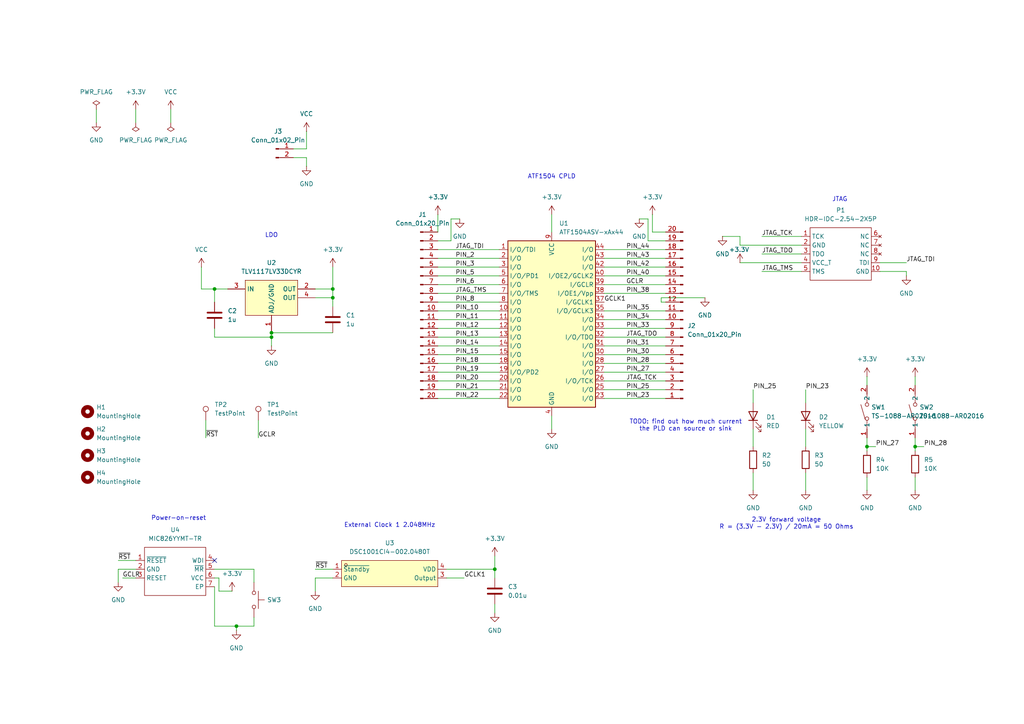
<source format=kicad_sch>
(kicad_sch (version 20250114) (generator "eeschema") (generator_version "9.0")
  (paper "A4")
  (lib_symbols
    (symbol "ATF1504:JTAG_10P"
      (property "Reference" "U" (at 0 0 0))
      (symbol "JTAG_10P_0_1"
        (rectangle (start -8.89 7.62) (end 8.89 -7.62))
      )
      (symbol "JTAG_10P_1_1"
        (pin input line (at -11.43 5.08 0) (length 2.54) (name "TCK") (number "1"))
        (pin power_in line (at -11.43 2.54 0) (length 2.54) (name "GND") (number "2"))
        (pin input line (at -11.43 0 0) (length 2.54) (name "TDO") (number "3"))
        (pin power_in line (at -11.43 -2.54 0) (length 2.54) (name "VCC_T") (number "4"))
        (pin input line (at -11.43 -5.08 0) (length 2.54) (name "TMS") (number "5"))
        (pin no_connect line (at 11.43 5.08 180) (length 2.54) (name "NC") (number "6"))
        (pin no_connect line (at 11.43 2.54 180) (length 2.54) (name "NC") (number "7"))
        (pin no_connect line (at 11.43 0 180) (length 2.54) (name "NC") (number "8"))
        (pin input line (at 11.43 -2.54 180) (length 2.54) (name "TDI") (number "9"))
        (pin power_in line (at 11.43 -5.08 180) (length 2.54) (name "GND") (number "10"))
      )
    )
    (symbol "ATF1504:MIC826"
      (property "Reference" "U" (at 0 0 0))
      (symbol "MIC826_0_1"
        (rectangle (start -8.89 7.62) (end 8.89 -6.35))
      )
      (symbol "MIC826_1_1"
        (pin output line (at -11.43 3.81 0) (length 2.54) (name "~{RESET}") (number "1"))
        (pin power_in line (at -11.43 1.27 0) (length 2.54) (name "GND") (number "2"))
        (pin output line (at -11.43 -1.27 0) (length 2.54) (name "RESET") (number "3"))
        (pin input line (at 11.43 3.81 180) (length 2.54) (name "WDI") (number "4"))
        (pin input line (at 11.43 1.27 180) (length 2.54) (name "~{MR}") (number "5"))
        (pin power_in line (at 11.43 -1.27 180) (length 2.54) (name "VCC") (number "6"))
        (pin power_in line (at 11.43 -3.81 180) (length 2.54) (name "EP") (number "7"))
      )
    )
    (symbol "CPLD_Microchip:ATF1504ASV-xAx44"
      (property "Reference" "U" (at -12.7 24.13 0))
      (property "Value" "ATF1504ASV-xAx44" (at 12.7 24.13 0))
      (symbol "ATF1504ASV-xAx44_0_1"
        (rectangle (start -12.7 22.86) (end 12.7 -25.4) (stroke (width 0.254)) (fill (type background)))
      )
      (symbol "ATF1504ASV-xAx44_1_1"
        (pin bidirectional line (at -15.24 20.32 0) (length 2.54) (name "I/O/TDI") (number "1"))
        (pin bidirectional line (at -15.24 17.78 0) (length 2.54) (name "I/O") (number "2"))
        (pin bidirectional line (at -15.24 15.24 0) (length 2.54) (name "I/O") (number "3"))
        (pin bidirectional line (at -15.24 12.7 0) (length 2.54) (name "I/O/PD1") (number "5"))
        (pin bidirectional line (at -15.24 10.16 0) (length 2.54) (name "I/O") (number "6"))
        (pin bidirectional line (at -15.24 7.62 0) (length 2.54) (name "I/O/TMS") (number "7"))
        (pin bidirectional line (at -15.24 5.08 0) (length 2.54) (name "I/O") (number "8"))
        (pin bidirectional line (at -15.24 2.54 0) (length 2.54) (name "I/O") (number "10"))
        (pin bidirectional line (at -15.24 0 0) (length 2.54) (name "I/O") (number "11"))
        (pin bidirectional line (at -15.24 -2.54 0) (length 2.54) (name "I/O") (number "12"))
        (pin bidirectional line (at -15.24 -5.08 0) (length 2.54) (name "I/O") (number "13"))
        (pin bidirectional line (at -15.24 -7.62 0) (length 2.54) (name "I/O") (number "14"))
        (pin bidirectional line (at -15.24 -10.16 0) (length 2.54) (name "I/O") (number "15"))
        (pin bidirectional line (at -15.24 -12.7 0) (length 2.54) (name "I/O") (number "18"))
        (pin bidirectional line (at -15.24 -15.24 0) (length 2.54) (name "I/O/PD2") (number "19"))
        (pin bidirectional line (at -15.24 -17.78 0) (length 2.54) (name "I/O") (number "20"))
        (pin bidirectional line (at -15.24 -20.32 0) (length 2.54) (name "I/O") (number "21"))
        (pin bidirectional line (at -15.24 -22.86 0) (length 2.54) (name "I/O") (number "22"))
        (pin passive line (at 0 25.4 270) (length 2.54) (hide yes) (name "VCC") (number "17"))
        (pin passive line (at 0 25.4 270) (length 2.54) (hide yes) (name "VCC") (number "29"))
        (pin passive line (at 0 25.4 270) (length 2.54) (hide yes) (name "VCC") (number "41"))
        (pin power_in line (at 0 25.4 270) (length 2.54) (name "VCC") (number "9"))
        (pin passive line (at 0 -27.94 90) (length 2.54) (hide yes) (name "GND") (number "16"))
        (pin passive line (at 0 -27.94 90) (length 2.54) (hide yes) (name "GND") (number "24"))
        (pin passive line (at 0 -27.94 90) (length 2.54) (hide yes) (name "GND") (number "36"))
        (pin power_in line (at 0 -27.94 90) (length 2.54) (name "GND") (number "4"))
        (pin bidirectional line (at 15.24 20.32 180) (length 2.54) (name "I/O") (number "44"))
        (pin bidirectional line (at 15.24 17.78 180) (length 2.54) (name "I/O") (number "43"))
        (pin bidirectional line (at 15.24 15.24 180) (length 2.54) (name "I/O") (number "42"))
        (pin input line (at 15.24 12.7 180) (length 2.54) (name "I/OE2/GCLK2") (number "40"))
        (pin input line (at 15.24 10.16 180) (length 2.54) (name "I/GCLR") (number "39"))
        (pin input line (at 15.24 7.62 180) (length 2.54) (name "I/OE1/Vpp") (number "38"))
        (pin input line (at 15.24 5.08 180) (length 2.54) (name "I/GCLK1") (number "37"))
        (pin bidirectional line (at 15.24 2.54 180) (length 2.54) (name "I/O/GCLK3") (number "35"))
        (pin bidirectional line (at 15.24 0 180) (length 2.54) (name "I/O") (number "34"))
        (pin bidirectional line (at 15.24 -2.54 180) (length 2.54) (name "I/O") (number "33"))
        (pin bidirectional line (at 15.24 -5.08 180) (length 2.54) (name "I/O/TDO") (number "32"))
        (pin bidirectional line (at 15.24 -7.62 180) (length 2.54) (name "I/O") (number "31"))
        (pin bidirectional line (at 15.24 -10.16 180) (length 2.54) (name "I/O") (number "30"))
        (pin bidirectional line (at 15.24 -12.7 180) (length 2.54) (name "I/O") (number "28"))
        (pin bidirectional line (at 15.24 -15.24 180) (length 2.54) (name "I/O") (number "27"))
        (pin bidirectional line (at 15.24 -17.78 180) (length 2.54) (name "I/O/TCK") (number "26"))
        (pin bidirectional line (at 15.24 -20.32 180) (length 2.54) (name "I/O") (number "25"))
        (pin bidirectional line (at 15.24 -22.86 180) (length 2.54) (name "I/O") (number "23"))
      )
    )
    (symbol "Connector:Conn_01x02_Pin" (pin_names (offset 1.016) (hide yes))
      (property "Reference" "J" (at 0 2.54 0))
      (property "Value" "Conn_01x02_Pin" (at 0 -5.08 0))
      (symbol "Conn_01x02_Pin_1_1"
        (rectangle (start 0.8636 0.127) (end 0 -0.127) (stroke (width 0.1524)) (fill (type outline)))
        (rectangle (start 0.8636 -2.413) (end 0 -2.667) (stroke (width 0.1524)) (fill (type outline)))
        (polyline (pts (xy 1.27 0) (xy 0.8636 0)) (stroke (width 0.1524)))
        (polyline (pts (xy 1.27 -2.54) (xy 0.8636 -2.54)) (stroke (width 0.1524)))
        (pin passive line (at 5.08 0 180) (length 3.81) (name "Pin_1") (number "1"))
        (pin passive line (at 5.08 -2.54 180) (length 3.81) (name "Pin_2") (number "2"))
      )
    )
    (symbol "Connector:Conn_01x20_Pin" (pin_names (offset 1.016) (hide yes))
      (property "Reference" "J" (at 0 25.4 0))
      (property "Value" "Conn_01x20_Pin" (at 0 -27.94 0))
      (symbol "Conn_01x20_Pin_1_1"
        (rectangle (start 0.8636 22.987) (end 0 22.733) (stroke (width 0.1524)) (fill (type outline)))
        (rectangle (start 0.8636 20.447) (end 0 20.193) (stroke (width 0.1524)) (fill (type outline)))
        (rectangle (start 0.8636 17.907) (end 0 17.653) (stroke (width 0.1524)) (fill (type outline)))
        (rectangle (start 0.8636 15.367) (end 0 15.113) (stroke (width 0.1524)) (fill (type outline)))
        (rectangle (start 0.8636 12.827) (end 0 12.573) (stroke (width 0.1524)) (fill (type outline)))
        (rectangle (start 0.8636 10.287) (end 0 10.033) (stroke (width 0.1524)) (fill (type outline)))
        (rectangle (start 0.8636 7.747) (end 0 7.493) (stroke (width 0.1524)) (fill (type outline)))
        (rectangle (start 0.8636 5.207) (end 0 4.953) (stroke (width 0.1524)) (fill (type outline)))
        (rectangle (start 0.8636 2.667) (end 0 2.413) (stroke (width 0.1524)) (fill (type outline)))
        (rectangle (start 0.8636 0.127) (end 0 -0.127) (stroke (width 0.1524)) (fill (type outline)))
        (rectangle (start 0.8636 -2.413) (end 0 -2.667) (stroke (width 0.1524)) (fill (type outline)))
        (rectangle (start 0.8636 -4.953) (end 0 -5.207) (stroke (width 0.1524)) (fill (type outline)))
        (rectangle (start 0.8636 -7.493) (end 0 -7.747) (stroke (width 0.1524)) (fill (type outline)))
        (rectangle (start 0.8636 -10.033) (end 0 -10.287) (stroke (width 0.1524)) (fill (type outline)))
        (rectangle (start 0.8636 -12.573) (end 0 -12.827) (stroke (width 0.1524)) (fill (type outline)))
        (rectangle (start 0.8636 -15.113) (end 0 -15.367) (stroke (width 0.1524)) (fill (type outline)))
        (rectangle (start 0.8636 -17.653) (end 0 -17.907) (stroke (width 0.1524)) (fill (type outline)))
        (rectangle (start 0.8636 -20.193) (end 0 -20.447) (stroke (width 0.1524)) (fill (type outline)))
        (rectangle (start 0.8636 -22.733) (end 0 -22.987) (stroke (width 0.1524)) (fill (type outline)))
        (rectangle (start 0.8636 -25.273) (end 0 -25.527) (stroke (width 0.1524)) (fill (type outline)))
        (polyline (pts (xy 1.27 22.86) (xy 0.8636 22.86)) (stroke (width 0.1524)))
        (polyline (pts (xy 1.27 20.32) (xy 0.8636 20.32)) (stroke (width 0.1524)))
        (polyline (pts (xy 1.27 17.78) (xy 0.8636 17.78)) (stroke (width 0.1524)))
        (polyline (pts (xy 1.27 15.24) (xy 0.8636 15.24)) (stroke (width 0.1524)))
        (polyline (pts (xy 1.27 12.7) (xy 0.8636 12.7)) (stroke (width 0.1524)))
        (polyline (pts (xy 1.27 10.16) (xy 0.8636 10.16)) (stroke (width 0.1524)))
        (polyline (pts (xy 1.27 7.62) (xy 0.8636 7.62)) (stroke (width 0.1524)))
        (polyline (pts (xy 1.27 5.08) (xy 0.8636 5.08)) (stroke (width 0.1524)))
        (polyline (pts (xy 1.27 2.54) (xy 0.8636 2.54)) (stroke (width 0.1524)))
        (polyline (pts (xy 1.27 0) (xy 0.8636 0)) (stroke (width 0.1524)))
        (polyline (pts (xy 1.27 -2.54) (xy 0.8636 -2.54)) (stroke (width 0.1524)))
        (polyline (pts (xy 1.27 -5.08) (xy 0.8636 -5.08)) (stroke (width 0.1524)))
        (polyline (pts (xy 1.27 -7.62) (xy 0.8636 -7.62)) (stroke (width 0.1524)))
        (polyline (pts (xy 1.27 -10.16) (xy 0.8636 -10.16)) (stroke (width 0.1524)))
        (polyline (pts (xy 1.27 -12.7) (xy 0.8636 -12.7)) (stroke (width 0.1524)))
        (polyline (pts (xy 1.27 -15.24) (xy 0.8636 -15.24)) (stroke (width 0.1524)))
        (polyline (pts (xy 1.27 -17.78) (xy 0.8636 -17.78)) (stroke (width 0.1524)))
        (polyline (pts (xy 1.27 -20.32) (xy 0.8636 -20.32)) (stroke (width 0.1524)))
        (polyline (pts (xy 1.27 -22.86) (xy 0.8636 -22.86)) (stroke (width 0.1524)))
        (polyline (pts (xy 1.27 -25.4) (xy 0.8636 -25.4)) (stroke (width 0.1524)))
        (pin passive line (at 5.08 22.86 180) (length 3.81) (name "Pin_1") (number "1"))
        (pin passive line (at 5.08 20.32 180) (length 3.81) (name "Pin_2") (number "2"))
        (pin passive line (at 5.08 17.78 180) (length 3.81) (name "Pin_3") (number "3"))
        (pin passive line (at 5.08 15.24 180) (length 3.81) (name "Pin_4") (number "4"))
        (pin passive line (at 5.08 12.7 180) (length 3.81) (name "Pin_5") (number "5"))
        (pin passive line (at 5.08 10.16 180) (length 3.81) (name "Pin_6") (number "6"))
        (pin passive line (at 5.08 7.62 180) (length 3.81) (name "Pin_7") (number "7"))
        (pin passive line (at 5.08 5.08 180) (length 3.81) (name "Pin_8") (number "8"))
        (pin passive line (at 5.08 2.54 180) (length 3.81) (name "Pin_9") (number "9"))
        (pin passive line (at 5.08 0 180) (length 3.81) (name "Pin_10") (number "10"))
        (pin passive line (at 5.08 -2.54 180) (length 3.81) (name "Pin_11") (number "11"))
        (pin passive line (at 5.08 -5.08 180) (length 3.81) (name "Pin_12") (number "12"))
        (pin passive line (at 5.08 -7.62 180) (length 3.81) (name "Pin_13") (number "13"))
        (pin passive line (at 5.08 -10.16 180) (length 3.81) (name "Pin_14") (number "14"))
        (pin passive line (at 5.08 -12.7 180) (length 3.81) (name "Pin_15") (number "15"))
        (pin passive line (at 5.08 -15.24 180) (length 3.81) (name "Pin_16") (number "16"))
        (pin passive line (at 5.08 -17.78 180) (length 3.81) (name "Pin_17") (number "17"))
        (pin passive line (at 5.08 -20.32 180) (length 3.81) (name "Pin_18") (number "18"))
        (pin passive line (at 5.08 -22.86 180) (length 3.81) (name "Pin_19") (number "19"))
        (pin passive line (at 5.08 -25.4 180) (length 3.81) (name "Pin_20") (number "20"))
      )
    )
    (symbol "Connector:TestPoint" (pin_numbers (hide yes)) (pin_names (offset 0.762) (hide yes))
      (property "Reference" "TP" (at 0 6.858 0))
      (property "Value" "TestPoint" (at 0 5.08 0))
      (symbol "TestPoint_0_1"
        (circle (center 0 3.302) (radius 0.762))
      )
      (symbol "TestPoint_1_1"
        (pin passive line (at 0 0 90) (length 2.54) (name "1") (number "1"))
      )
    )
    (symbol "Device:C" (pin_numbers (hide yes)) (pin_names (offset 0.254))
      (property "Reference" "C" (at 0.635 2.54 0))
      (property "Value" "C" (at 0.635 -2.54 0))
      (symbol "C_0_1"
        (polyline (pts (xy -2.032 0.762) (xy 2.032 0.762)) (stroke (width 0.508)))
        (polyline (pts (xy -2.032 -0.762) (xy 2.032 -0.762)) (stroke (width 0.508)))
      )
      (symbol "C_1_1"
        (pin passive line (at 0 3.81 270) (length 2.794) (name "~") (number "1"))
        (pin passive line (at 0 -3.81 90) (length 2.794) (name "~") (number "2"))
      )
    )
    (symbol "Device:LED" (pin_numbers (hide yes)) (pin_names (offset 1.016) (hide yes))
      (property "Reference" "D" (at 0 2.54 0))
      (property "Value" "LED" (at 0 -2.54 0))
      (symbol "LED_0_1"
        (polyline (pts (xy -3.048 -0.762) (xy -4.572 -2.286) (xy -3.81 -2.286) (xy -4.572 -2.286) (xy -4.572 -1.524)))
        (polyline (pts (xy -1.778 -0.762) (xy -3.302 -2.286) (xy -2.54 -2.286) (xy -3.302 -2.286) (xy -3.302 -1.524)))
        (polyline (pts (xy -1.27 0) (xy 1.27 0)))
        (polyline (pts (xy -1.27 -1.27) (xy -1.27 1.27)) (stroke (width 0.254)))
        (polyline (pts (xy 1.27 -1.27) (xy 1.27 1.27) (xy -1.27 0) (xy 1.27 -1.27)) (stroke (width 0.254)))
      )
      (symbol "LED_1_1"
        (pin passive line (at -3.81 0 0) (length 2.54) (name "K") (number "1"))
        (pin passive line (at 3.81 0 180) (length 2.54) (name "A") (number "2"))
      )
    )
    (symbol "Device:R" (pin_numbers (hide yes)) (pin_names (offset 0))
      (property "Reference" "R" (at 2.032 0 90))
      (property "Value" "R" (at 0 0 90))
      (symbol "R_0_1"
        (rectangle (start -1.016 -2.54) (end 1.016 2.54) (stroke (width 0.254)))
      )
      (symbol "R_1_1"
        (pin passive line (at 0 3.81 270) (length 1.27) (name "~") (number "1"))
        (pin passive line (at 0 -3.81 90) (length 1.27) (name "~") (number "2"))
      )
    )
    (symbol "Mechanical:MountingHole" (pin_names (offset 1.016)) (in_bom no)
      (property "Reference" "H" (at 0 5.08 0))
      (property "Value" "MountingHole" (at 0 3.175 0))
      (symbol "MountingHole_0_1"
        (circle (center 0 0) (radius 1.27) (stroke (width 1.27)))
      )
    )
    (symbol "Switch:SW_Push" (pin_numbers (hide yes)) (pin_names (offset 1.016) (hide yes))
      (property "Reference" "SW" (at 1.27 2.54 0))
      (property "Value" "SW_Push" (at 0 -1.524 0))
      (symbol "SW_Push_0_1"
        (circle (center -2.032 0) (radius 0.508))
        (polyline (pts (xy 0 1.27) (xy 0 3.048)))
        (circle (center 2.032 0) (radius 0.508))
        (polyline (pts (xy 2.54 1.27) (xy -2.54 1.27)))
        (pin passive line (at -5.08 0 0) (length 2.54) (name "1") (number "1"))
        (pin passive line (at 5.08 0 180) (length 2.54) (name "2") (number "2"))
      )
    )
    (symbol "easyeda2kicad:DSC1001CI4-002.0480T"
      (property "Reference" "U" (at 0 6.35 0))
      (property "Value" "DSC1001CI4-002.0480T" (at 0 -6.35 0))
      (symbol "DSC1001CI4-002.0480T_0_1"
        (rectangle (start -13.97 3.81) (end 13.97 -3.81) (fill (type background)))
        (circle (center -12.7 2.54) (radius 0.38))
        (pin unspecified line (at -16.51 1.27 0) (length 2.54) (name "~{Standby}") (number "1"))
        (pin unspecified line (at -16.51 -1.27 0) (length 2.54) (name "GND") (number "2"))
        (pin unspecified line (at 16.51 1.27 180) (length 2.54) (name "VDD") (number "4"))
        (pin unspecified line (at 16.51 -1.27 180) (length 2.54) (name "Output") (number "3"))
      )
    )
    (symbol "easyeda2kicad:TLV1117LV33DCYR"
      (property "Reference" "U" (at 0 10.16 0))
      (property "Value" "TLV1117LV33DCYR" (at 0 -12.7 0))
      (symbol "TLV1117LV33DCYR_0_1"
        (rectangle (start -7.62 7.62) (end 7.62 -2.54) (fill (type background)))
        (pin power_in line (at -12.7 5.08 0) (length 5.08) (name "IN") (number "3"))
        (pin power_in line (at 0 -7.62 90) (length 5.08) (name "ADJ/GND") (number "1"))
        (pin power_in line (at 12.7 5.08 180) (length 5.08) (name "OUT") (number "2"))
        (pin power_in line (at 12.7 2.54 180) (length 5.08) (name "OUT") (number "4"))
      )
    )
    (symbol "easyeda2kicad:TS-1088-AR02016"
      (property "Reference" "SW" (at 0 5.08 0))
      (property "Value" "TS-1088-AR02016" (at 0 -5.08 0))
      (symbol "TS-1088-AR02016_0_1"
        (polyline (pts (xy -5.08 0) (xy -2.54 0)))
        (polyline (pts (xy -2.29 0.51) (xy 2.03 1.78)))
        (circle (center -2.03 0) (radius 0.51))
        (circle (center 2.03 0) (radius 0.51))
        (polyline (pts (xy 5.08 0) (xy 2.54 0)))
        (pin unspecified line (at -7.62 0 0) (length 2.54) (name "1") (number "1"))
        (pin unspecified line (at 7.62 0 180) (length 2.54) (name "2") (number "2"))
      )
    )
    (symbol "power:+3.3V" (power) (pin_numbers (hide yes)) (pin_names (offset 0) (hide yes))
      (property "Value" "+3.3V" (at 0 3.556 0))
      (symbol "+3.3V_0_1"
        (polyline (pts (xy -0.762 1.27) (xy 0 2.54)))
        (polyline (pts (xy 0 2.54) (xy 0.762 1.27)))
        (polyline (pts (xy 0 0) (xy 0 2.54)))
      )
      (symbol "+3.3V_1_1"
        (pin power_in line (at 0 0 90) (length 0) (name "~") (number "1"))
      )
    )
    (symbol "power:GND" (power) (pin_numbers (hide yes)) (pin_names (offset 0) (hide yes))
      (property "Value" "GND" (at 0 -3.81 0))
      (symbol "GND_0_1"
        (polyline (pts (xy 0 0) (xy 0 -1.27) (xy 1.27 -1.27) (xy 0 -2.54) (xy -1.27 -1.27) (xy 0 -1.27)))
      )
      (symbol "GND_1_1"
        (pin power_in line (at 0 0 270) (length 0) (name "~") (number "1"))
      )
    )
    (symbol "power:PWR_FLAG" (power) (pin_numbers (hide yes)) (pin_names (offset 0) (hide yes))
      (property "Value" "PWR_FLAG" (at 0 3.81 0))
      (symbol "PWR_FLAG_0_0"
        (pin power_out line (at 0 0 90) (length 0) (name "~") (number "1"))
      )
      (symbol "PWR_FLAG_0_1"
        (polyline (pts (xy 0 0) (xy 0 1.27) (xy -1.016 1.905) (xy 0 2.54) (xy 1.016 1.905) (xy 0 1.27)))
      )
    )
    (symbol "power:VCC" (power) (pin_numbers (hide yes)) (pin_names (offset 0) (hide yes))
      (property "Value" "VCC" (at 0 3.556 0))
      (symbol "VCC_0_1"
        (polyline (pts (xy -0.762 1.27) (xy 0 2.54)))
        (polyline (pts (xy 0 2.54) (xy 0.762 1.27)))
        (polyline (pts (xy 0 0) (xy 0 2.54)))
      )
      (symbol "VCC_1_1"
        (pin power_in line (at 0 0 90) (length 0) (name "~") (number "1"))
      )
    )
  )
  (text "Power-on-reset" (at 51.816 150.368 0) (effects (font (size 1.27 1.27))))
  (text "2.3V forward voltage\nR = (3.3V - 2.3V) / 20mA = 50 Ohms" (at 228.092 151.892 0) (effects (font (size 1.27 1.27))))
  (text "ATF1504 CPLD" (at 160.02 51.308 0) (effects (font (size 1.27 1.27))))
  (text "TODO: find out how much current\nthe PLD can source or sink" (at 198.882 123.444 0) (effects (font (size 1.27 1.27))))
  (text "External Clock 1 2.048MHz" (at 113.03 152.4 0) (effects (font (size 1.27 1.27))))
  (text "JTAG" (at 243.586 57.912 0) (effects (font (size 1.27 1.27))))
  (text "LDO" (at 78.74 68.326 0) (effects (font (size 1.27 1.27))))
  (junction (at 78.74 96.52))
  (junction (at 251.46 129.54))
  (junction (at 62.23 83.82))
  (junction (at 96.52 83.82))
  (junction (at 265.43 129.54))
  (junction (at 78.74 97.79))
  (junction (at 68.58 181.61))
  (junction (at 96.52 86.36))
  (junction (at 143.51 165.1))
  (no_connect (at 62.23 162.56))
  (wire (pts (xy 78.74 97.79) (xy 78.74 100.33)))
  (wire (pts (xy 127 102.87) (xy 144.78 102.87)))
  (wire (pts (xy 127 69.85) (xy 130.81 69.85)))
  (wire (pts (xy 73.66 179.07) (xy 73.66 181.61)))
  (wire (pts (xy 91.44 83.82) (xy 96.52 83.82)))
  (wire (pts (xy 127 115.57) (xy 144.78 115.57)))
  (wire (pts (xy 88.9 43.18) (xy 88.9 38.1)))
  (wire (pts (xy 62.23 165.1) (xy 73.66 165.1)))
  (wire (pts (xy 175.26 110.49) (xy 193.04 110.49)))
  (wire (pts (xy 129.54 167.64) (xy 134.62 167.64)))
  (wire (pts (xy 175.26 102.87) (xy 193.04 102.87)))
  (wire (pts (xy 218.44 137.16) (xy 218.44 142.24)))
  (wire (pts (xy 127 80.01) (xy 144.78 80.01)))
  (wire (pts (xy 91.44 165.1) (xy 96.52 165.1)))
  (wire (pts (xy 130.81 63.5) (xy 133.35 63.5)))
  (wire (pts (xy 78.74 97.79) (xy 78.74 96.52)))
  (wire (pts (xy 175.26 95.25) (xy 193.04 95.25)))
  (wire (pts (xy 214.63 68.58) (xy 214.63 71.12)))
  (wire (pts (xy 175.26 113.03) (xy 193.04 113.03)))
  (wire (pts (xy 85.09 43.18) (xy 88.9 43.18)))
  (wire (pts (xy 85.09 45.72) (xy 88.9 45.72)))
  (wire (pts (xy 251.46 138.43) (xy 251.46 142.24)))
  (wire (pts (xy 127 87.63) (xy 144.78 87.63)))
  (wire (pts (xy 265.43 129.54) (xy 267.97 129.54)))
  (wire (pts (xy 62.23 83.82) (xy 62.23 87.63)))
  (wire (pts (xy 96.52 83.82) (xy 96.52 86.36)))
  (wire (pts (xy 127 72.39) (xy 144.78 72.39)))
  (wire (pts (xy 88.9 45.72) (xy 88.9 48.26)))
  (wire (pts (xy 35.56 167.64) (xy 39.37 167.64)))
  (wire (pts (xy 143.51 165.1) (xy 143.51 167.64)))
  (wire (pts (xy 251.46 129.54) (xy 254 129.54)))
  (wire (pts (xy 59.69 121.92) (xy 59.69 127)))
  (wire (pts (xy 175.26 97.79) (xy 193.04 97.79)))
  (wire (pts (xy 62.23 97.79) (xy 62.23 95.25)))
  (wire (pts (xy 49.53 31.75) (xy 49.53 35.56)))
  (wire (pts (xy 175.26 100.33) (xy 193.04 100.33)))
  (wire (pts (xy 218.44 124.46) (xy 218.44 129.54)))
  (wire (pts (xy 214.63 76.2) (xy 232.41 76.2)))
  (wire (pts (xy 63.5 171.45) (xy 67.31 171.45)))
  (wire (pts (xy 262.89 78.74) (xy 262.89 80.01)))
  (wire (pts (xy 127 100.33) (xy 144.78 100.33)))
  (wire (pts (xy 127 113.03) (xy 144.78 113.03)))
  (wire (pts (xy 34.29 165.1) (xy 34.29 168.91)))
  (wire (pts (xy 62.23 97.79) (xy 78.74 97.79)))
  (wire (pts (xy 175.26 77.47) (xy 193.04 77.47)))
  (wire (pts (xy 96.52 86.36) (xy 96.52 88.9)))
  (wire (pts (xy 233.68 137.16) (xy 233.68 142.24)))
  (wire (pts (xy 63.5 167.64) (xy 62.23 167.64)))
  (wire (pts (xy 78.74 96.52) (xy 96.52 96.52)))
  (wire (pts (xy 73.66 181.61) (xy 68.58 181.61)))
  (wire (pts (xy 143.51 165.1) (xy 143.51 161.29)))
  (wire (pts (xy 193.04 87.63) (xy 191.77 87.63)))
  (wire (pts (xy 143.51 175.26) (xy 143.51 177.8)))
  (wire (pts (xy 175.26 105.41) (xy 193.04 105.41)))
  (wire (pts (xy 34.29 165.1) (xy 39.37 165.1)))
  (wire (pts (xy 129.54 165.1) (xy 143.51 165.1)))
  (wire (pts (xy 62.23 181.61) (xy 68.58 181.61)))
  (wire (pts (xy 96.52 77.47) (xy 96.52 83.82)))
  (wire (pts (xy 127 77.47) (xy 144.78 77.47)))
  (wire (pts (xy 214.63 71.12) (xy 232.41 71.12)))
  (wire (pts (xy 73.66 165.1) (xy 73.66 168.91)))
  (wire (pts (xy 34.29 162.56) (xy 39.37 162.56)))
  (wire (pts (xy 175.26 80.01) (xy 193.04 80.01)))
  (wire (pts (xy 62.23 170.18) (xy 62.23 181.61)))
  (wire (pts (xy 189.23 67.31) (xy 189.23 62.23)))
  (wire (pts (xy 127 92.71) (xy 144.78 92.71)))
  (wire (pts (xy 175.26 107.95) (xy 193.04 107.95)))
  (wire (pts (xy 127 90.17) (xy 144.78 90.17)))
  (wire (pts (xy 251.46 129.54) (xy 251.46 130.81)))
  (wire (pts (xy 220.98 73.66) (xy 232.41 73.66)))
  (wire (pts (xy 127 74.93) (xy 144.78 74.93)))
  (wire (pts (xy 193.04 69.85) (xy 187.96 69.85)))
  (wire (pts (xy 265.43 127) (xy 265.43 129.54)))
  (wire (pts (xy 58.42 83.82) (xy 62.23 83.82)))
  (wire (pts (xy 127 105.41) (xy 144.78 105.41)))
  (wire (pts (xy 127 82.55) (xy 144.78 82.55)))
  (wire (pts (xy 255.27 78.74) (xy 262.89 78.74)))
  (wire (pts (xy 175.26 85.09) (xy 193.04 85.09)))
  (wire (pts (xy 187.96 69.85) (xy 187.96 63.5)))
  (wire (pts (xy 220.98 68.58) (xy 232.41 68.58)))
  (wire (pts (xy 175.26 74.93) (xy 193.04 74.93)))
  (wire (pts (xy 91.44 86.36) (xy 96.52 86.36)))
  (wire (pts (xy 233.68 124.46) (xy 233.68 129.54)))
  (wire (pts (xy 91.44 167.64) (xy 96.52 167.64)))
  (wire (pts (xy 251.46 127) (xy 251.46 129.54)))
  (wire (pts (xy 218.44 113.03) (xy 218.44 116.84)))
  (wire (pts (xy 68.58 181.61) (xy 68.58 182.88)))
  (wire (pts (xy 233.68 113.03) (xy 233.68 116.84)))
  (wire (pts (xy 74.93 121.92) (xy 74.93 127)))
  (wire (pts (xy 27.94 31.75) (xy 27.94 35.56)))
  (wire (pts (xy 175.26 115.57) (xy 193.04 115.57)))
  (wire (pts (xy 175.26 92.71) (xy 193.04 92.71)))
  (wire (pts (xy 130.81 69.85) (xy 130.81 63.5)))
  (wire (pts (xy 220.98 78.74) (xy 232.41 78.74)))
  (wire (pts (xy 127 67.31) (xy 127 62.23)))
  (wire (pts (xy 251.46 109.22) (xy 251.46 111.76)))
  (wire (pts (xy 265.43 138.43) (xy 265.43 142.24)))
  (wire (pts (xy 175.26 82.55) (xy 193.04 82.55)))
  (wire (pts (xy 209.55 68.58) (xy 214.63 68.58)))
  (wire (pts (xy 127 110.49) (xy 144.78 110.49)))
  (wire (pts (xy 63.5 171.45) (xy 63.5 167.64)))
  (wire (pts (xy 127 95.25) (xy 144.78 95.25)))
  (wire (pts (xy 62.23 83.82) (xy 66.04 83.82)))
  (wire (pts (xy 255.27 76.2) (xy 262.89 76.2)))
  (wire (pts (xy 58.42 77.47) (xy 58.42 83.82)))
  (wire (pts (xy 175.26 72.39) (xy 193.04 72.39)))
  (wire (pts (xy 187.96 63.5) (xy 185.42 63.5)))
  (wire (pts (xy 127 107.95) (xy 144.78 107.95)))
  (wire (pts (xy 193.04 67.31) (xy 189.23 67.31)))
  (wire (pts (xy 39.37 31.75) (xy 39.37 35.56)))
  (wire (pts (xy 127 85.09) (xy 144.78 85.09)))
  (wire (pts (xy 91.44 167.64) (xy 91.44 171.45)))
  (wire (pts (xy 265.43 129.54) (xy 265.43 130.81)))
  (wire (pts (xy 175.26 90.17) (xy 193.04 90.17)))
  (wire (pts (xy 160.02 120.65) (xy 160.02 124.46)))
  (wire (pts (xy 191.77 86.36) (xy 191.77 87.63)))
  (wire (pts (xy 127 97.79) (xy 144.78 97.79)))
  (wire (pts (xy 265.43 109.22) (xy 265.43 111.76)))
  (wire (pts (xy 191.77 86.36) (xy 204.47 86.36)))
  (wire (pts (xy 160.02 62.23) (xy 160.02 67.31)))
  (label "PIN_22" (at 132.08 115.57 0))
  (label "PIN_19" (at 132.08 107.95 0))
  (label "GCLR" (at 35.56 167.64 0))
  (label "PIN_2" (at 132.08 74.93 0))
  (label "GCLR" (at 74.93 127 0))
  (label "JTAG_TMS" (at 132.08 85.09 0))
  (label "JTAG_TDI" (at 132.08 72.39 0))
  (label "PIN_35" (at 181.61 90.17 0))
  (label "PIN_38" (at 181.61 85.09 0))
  (label "GCLR" (at 181.61 82.55 0))
  (label "PIN_25" (at 218.44 113.03 0))
  (label "PIN_12" (at 132.08 95.25 0))
  (label "PIN_34" (at 181.61 92.71 0))
  (label "JTAG_TCK" (at 220.98 68.58 0))
  (label "JTAG_TDO" (at 181.61 97.79 0))
  (label "PIN_44" (at 181.61 72.39 0))
  (label "PIN_3" (at 132.08 77.47 0))
  (label "~{RST}" (at 59.69 127 0))
  (label "PIN_28" (at 267.97 129.54 0))
  (label "JTAG_TCK" (at 181.61 110.49 0))
  (label "PIN_30" (at 181.61 102.87 0))
  (label "PIN_10" (at 132.08 90.17 0))
  (label "PIN_13" (at 132.08 97.79 0))
  (label "PIN_33" (at 181.61 95.25 0))
  (label "~{RST}" (at 34.29 162.56 0))
  (label "GCLK1" (at 134.62 167.64 0))
  (label "PIN_43" (at 181.61 74.93 0))
  (label "PIN_40" (at 181.61 80.01 0))
  (label "PIN_6" (at 132.08 82.55 0))
  (label "JTAG_TMS" (at 220.98 78.74 0))
  (label "JTAG_TDI" (at 262.89 76.2 0))
  (label "PIN_8" (at 132.08 87.63 0))
  (label "PIN_28" (at 181.61 105.41 0))
  (label "PIN_27" (at 181.61 107.95 0))
  (label "GCLK1" (at 175.26 87.63 0))
  (label "PIN_42" (at 181.61 77.47 0))
  (label "PIN_25" (at 181.61 113.03 0))
  (label "JTAG_TDO" (at 220.98 73.66 0))
  (label "PIN_21" (at 132.08 113.03 0))
  (label "~{RST}" (at 91.44 165.1 0))
  (label "PIN_20" (at 132.08 110.49 0))
  (label "PIN_27" (at 254 129.54 0))
  (label "PIN_18" (at 132.08 105.41 0))
  (label "PIN_23" (at 233.68 113.03 0))
  (label "PIN_5" (at 132.08 80.01 0))
  (label "PIN_11" (at 132.08 92.71 0))
  (label "PIN_14" (at 132.08 100.33 0))
  (label "PIN_15" (at 132.08 102.87 0))
  (label "PIN_23" (at 181.61 115.57 0))
  (label "PIN_31" (at 181.61 100.33 0))
  (symbol (lib_id "Mechanical:MountingHole") (at 25.4 125.73 0) (unit 1) (in_bom no)
    (property "Reference" "H2" (at 27.94 124.4599 0) (effects (justify left)))
    (property "Value" "MountingHole" (at 27.94 126.9999 0) (effects (justify left)))
    (property "Footprint" "MountingHole:MountingHole_3mm" (effects (hide yes)))
    (property "Description" "Mounting Hole without connection" (effects (hide yes)))
  )
  (symbol (lib_id "power:+3.3V") (at 127 62.23 0) (unit 1)
    (property "Reference" "#PWR09" (effects (hide yes)))
    (property "Value" "+3.3V" (at 127 57.15 0))
    (property "Description" "Power symbol creates a global label with name \"+3.3V\"" (effects (hide yes)))
  )
  (symbol (lib_id "Connector:Conn_01x20_Pin") (at 198.12 92.71 180) (unit 1)
    (property "Reference" "J2" (at 199.39 94.488 0) (effects (justify right)))
    (property "Value" "Conn_01x20_Pin" (at 199.39 97.028 0) (effects (justify right)))
    (property "Footprint" "easyeda2kicad:HDR-TH_20P-P2.54-V-M-4" (effects (hide yes)))
    (property "Description" "Generic connector, single row, 01x20, script generated" (effects (hide yes)))
    (property "LCSC" "C7501591" (effects (hide yes)))
  )
  (symbol (lib_id "power:+3.3V") (at 96.52 77.47 0) (unit 1)
    (property "Reference" "#PWR06" (effects (hide yes)))
    (property "Value" "+3.3V" (at 96.52 72.39 0))
    (property "Description" "Power symbol creates a global label with name \"+3.3V\"" (effects (hide yes)))
  )
  (symbol (lib_id "Connector:Conn_01x02_Pin") (at 80.01 43.18 0) (unit 1)
    (property "Reference" "J3" (at 80.645 38.1 0))
    (property "Value" "Conn_01x02_Pin" (at 80.645 40.64 0))
    (property "Footprint" "easyeda2kicad:HDR-TH_2P-P2.54-V-M" (effects (hide yes)))
    (property "Description" "Generic connector, single row, 01x02, script generated" (effects (hide yes)))
    (property "LCSC" "C492401" (effects (hide yes)))
  )
  (symbol (lib_id "Device:R") (at 218.44 133.35 0) (unit 1)
    (property "Reference" "R2" (at 220.98 132.0799 0) (effects (justify left)))
    (property "Value" "50" (at 220.98 134.6199 0) (effects (justify left)))
    (property "Footprint" "easyeda2kicad:R0603" (effects (hide yes)))
    (property "Description" "Resistor" (effects (hide yes)))
    (property "LCSC" "C849792" (effects (hide yes)))
  )
  (symbol (lib_id "power:GND") (at 204.47 86.36 0) (unit 1)
    (property "Reference" "#PWR030" (effects (hide yes)))
    (property "Value" "GND" (at 204.47 91.44 0))
    (property "Description" "Power symbol creates a global label with name \"GND\" , ground" (effects (hide yes)))
  )
  (symbol (lib_id "easyeda2kicad:TLV1117LV33DCYR") (at 78.74 88.9 0) (unit 1)
    (property "Reference" "U2" (at 78.74 76.2 0))
    (property "Value" "TLV1117LV33DCYR" (at 78.74 78.74 0))
    (property "Footprint" "easyeda2kicad:SOT-223_L6.7-W3.5-P2.30-BR" (effects (hide yes)))
    (property "Datasheet" "https://lcsc.com/product-detail/Low-Dropout-Regulators-LDO_TI_TLV1117LV33DCYR_TLV1117LV33DCYR_C15578.html" (effects (hide yes)))
    (property "LCSC Part" "C15578" (effects (hide yes)))
  )
  (symbol (lib_id "power:VCC") (at 58.42 77.47 0) (unit 1)
    (property "Reference" "#PWR04" (effects (hide yes)))
    (property "Value" "VCC" (at 58.42 72.39 0))
    (property "Description" "Power symbol creates a global label with name \"VCC\"" (effects (hide yes)))
  )
  (symbol (lib_id "power:+3.3V") (at 214.63 76.2 0) (unit 1)
    (property "Reference" "#PWR020" (effects (hide yes)))
    (property "Value" "+3.3V" (at 214.376 72.39 0))
    (property "Description" "Power symbol creates a global label with name \"+3.3V\"" (effects (hide yes)))
  )
  (symbol (lib_id "power:PWR_FLAG") (at 49.53 35.56 180) (unit 1)
    (property "Reference" "#FLG03" (effects (hide yes)))
    (property "Value" "PWR_FLAG" (at 49.53 40.64 0))
    (property "Description" "Special symbol for telling ERC where power comes from" (effects (hide yes)))
  )
  (symbol (lib_id "power:GND") (at 88.9 48.26 0) (unit 1)
    (property "Reference" "#PWR013" (effects (hide yes)))
    (property "Value" "GND" (at 88.9 53.34 0))
    (property "Description" "Power symbol creates a global label with name \"GND\" , ground" (effects (hide yes)))
  )
  (symbol (lib_id "power:GND") (at 91.44 171.45 0) (unit 1)
    (property "Reference" "#PWR015" (effects (hide yes)))
    (property "Value" "GND" (at 91.44 176.53 0))
    (property "Description" "Power symbol creates a global label with name \"GND\" , ground" (effects (hide yes)))
  )
  (symbol (lib_id "CPLD_Microchip:ATF1504ASV-xAx44") (at 160.02 92.71 0) (unit 1)
    (property "Reference" "U1" (at 162.1633 64.77 0) (effects (justify left)))
    (property "Value" "ATF1504ASV-xAx44" (at 162.1633 67.31 0) (effects (justify left)))
    (property "Footprint" "Package_QFP:TQFP-44_10x10mm_P0.8mm" (effects (hide yes)))
    (property "Datasheet" "http://ww1.microchip.com/downloads/en/DeviceDoc/ATF1504ASV-ATF1504ASVL-Data-Sheet-20006185A.pdf" (effects (hide yes)))
    (property "Description" "Microchip CPLD, 64 Macrocell, 3.3 V, TQFP-44" (effects (hide yes)))
  )
  (symbol (lib_id "Connector:TestPoint") (at 59.69 121.92 0) (unit 1)
    (property "Reference" "TP2" (at 62.23 117.3479 0) (effects (justify left)))
    (property "Value" "TestPoint" (at 62.23 119.8879 0) (effects (justify left)))
    (property "Footprint" "TestPoint:TestPoint_THTPad_1.0x1.0mm_Drill0.5mm" (effects (hide yes)))
    (property "Description" "test point" (effects (hide yes)))
  )
  (symbol (lib_id "power:GND") (at 68.58 182.88 0) (unit 1)
    (property "Reference" "#PWR028" (effects (hide yes)))
    (property "Value" "GND" (at 68.58 187.96 0))
    (property "Description" "Power symbol creates a global label with name \"GND\" , ground" (effects (hide yes)))
  )
  (symbol (lib_id "power:GND") (at 262.89 80.01 0) (unit 1)
    (property "Reference" "#PWR018" (effects (hide yes)))
    (property "Value" "GND" (at 262.89 85.09 0))
    (property "Description" "Power symbol creates a global label with name \"GND\" , ground" (effects (hide yes)))
  )
  (symbol (lib_id "Mechanical:MountingHole") (at 25.4 119.38 0) (unit 1) (in_bom no)
    (property "Reference" "H1" (at 27.94 118.1099 0) (effects (justify left)))
    (property "Value" "MountingHole" (at 27.94 120.6499 0) (effects (justify left)))
    (property "Footprint" "MountingHole:MountingHole_3mm" (effects (hide yes)))
    (property "Description" "Mounting Hole without connection" (effects (hide yes)))
  )
  (symbol (lib_id "Device:C") (at 62.23 91.44 0) (unit 1)
    (property "Reference" "C2" (at 66.04 90.1699 0) (effects (justify left)))
    (property "Value" "1u" (at 66.04 92.7099 0) (effects (justify left)))
    (property "Footprint" "easyeda2kicad:C0603" (effects (hide yes)))
    (property "Description" "Unpolarized capacitor" (effects (hide yes)))
    (property "LCSC" "C48579283" (effects (hide yes)))
  )
  (symbol (lib_id "Device:R") (at 233.68 133.35 0) (unit 1)
    (property "Reference" "R3" (at 236.22 132.0799 0) (effects (justify left)))
    (property "Value" "50" (at 236.22 134.6199 0) (effects (justify left)))
    (property "Footprint" "easyeda2kicad:R0603" (effects (hide yes)))
    (property "Description" "Resistor" (effects (hide yes)))
    (property "LCSC" "C849792" (effects (hide yes)))
  )
  (symbol (lib_id "Device:C") (at 143.51 171.45 0) (unit 1)
    (property "Reference" "C3" (at 147.32 170.1799 0) (effects (justify left)))
    (property "Value" "0.01u" (at 147.32 172.7199 0) (effects (justify left)))
    (property "Footprint" "easyeda2kicad:C0603" (effects (hide yes)))
    (property "Description" "Unpolarized capacitor" (effects (hide yes)))
    (property "LCSC" "C327204" (effects (hide yes)))
  )
  (symbol (lib_id "power:GND") (at 160.02 124.46 0) (unit 1)
    (property "Reference" "#PWR08" (effects (hide yes)))
    (property "Value" "GND" (at 160.02 129.54 0))
    (property "Description" "Power symbol creates a global label with name \"GND\" , ground" (effects (hide yes)))
  )
  (symbol (lib_id "easyeda2kicad:DSC1001CI4-002.0480T") (at 113.03 166.37 0) (unit 1)
    (property "Reference" "U3" (at 113.03 157.48 0))
    (property "Value" "DSC1001CI4-002.0480T" (at 113.03 160.02 0))
    (property "Footprint" "easyeda2kicad:OSC-SMD_4P-L3.2-W2.5-BL_1C210000BB0F" (effects (hide yes)))
    (property "LCSC Part" "C611680" (effects (hide yes)))
  )
  (symbol (lib_id "power:GND") (at 34.29 168.91 0) (unit 1)
    (property "Reference" "#PWR027" (effects (hide yes)))
    (property "Value" "GND" (at 34.29 173.99 0))
    (property "Description" "Power symbol creates a global label with name \"GND\" , ground" (effects (hide yes)))
  )
  (symbol (lib_id "power:+3.3V") (at 265.43 109.22 0) (unit 1)
    (property "Reference" "#PWR026" (effects (hide yes)))
    (property "Value" "+3.3V" (at 265.43 104.14 0))
    (property "Description" "Power symbol creates a global label with name \"+3.3V\"" (effects (hide yes)))
  )
  (symbol (lib_id "power:GND") (at 133.35 63.5 0) (unit 1)
    (property "Reference" "#PWR010" (effects (hide yes)))
    (property "Value" "GND" (at 133.35 68.58 0))
    (property "Description" "Power symbol creates a global label with name \"GND\" , ground" (effects (hide yes)))
  )
  (symbol (lib_id "Mechanical:MountingHole") (at 25.4 138.43 0) (unit 1) (in_bom no)
    (property "Reference" "H4" (at 27.94 137.1599 0) (effects (justify left)))
    (property "Value" "MountingHole" (at 27.94 139.6999 0) (effects (justify left)))
    (property "Footprint" "MountingHole:MountingHole_3mm" (effects (hide yes)))
    (property "Description" "Mounting Hole without connection" (effects (hide yes)))
  )
  (symbol (lib_id "power:+3.3V") (at 67.31 171.45 0) (unit 1)
    (property "Reference" "#PWR029" (effects (hide yes)))
    (property "Value" "+3.3V" (at 67.31 166.37 0))
    (property "Description" "Power symbol creates a global label with name \"+3.3V\"" (effects (hide yes)))
  )
  (symbol (lib_id "Device:R") (at 265.43 134.62 0) (unit 1)
    (property "Reference" "R5" (at 267.97 133.3499 0) (effects (justify left)))
    (property "Value" "10K" (at 267.97 135.8899 0) (effects (justify left)))
    (property "Footprint" "easyeda2kicad:R0603" (effects (hide yes)))
    (property "Description" "Resistor" (effects (hide yes)))
  )
  (symbol (lib_id "Switch:SW_Push") (at 73.66 173.99 270) (unit 1)
    (property "Reference" "SW3" (at 77.47 173.9899 90) (effects (justify left)))
    (property "Value" "TS-1088-AR02016" (effects (hide yes)))
    (property "Footprint" "easyeda2kicad:SW-SMD_L3.9-W3.0-P4.45" (effects (hide yes)))
    (property "Description" "Push button switch, generic, two pins" (effects (hide yes)))
    (property "LCSC Part" "C720477" (effects (hide yes)))
  )
  (symbol (lib_id "power:GND") (at 209.55 68.58 0) (unit 1)
    (property "Reference" "#PWR019" (effects (hide yes)))
    (property "Value" "GND" (at 209.55 73.66 0))
    (property "Description" "Power symbol creates a global label with name \"GND\" , ground" (effects (hide yes)))
  )
  (symbol (lib_id "power:VCC") (at 88.9 38.1 0) (unit 1)
    (property "Reference" "#PWR014" (effects (hide yes)))
    (property "Value" "VCC" (at 88.9 33.02 0))
    (property "Description" "Power symbol creates a global label with name \"VCC\"" (effects (hide yes)))
  )
  (symbol (lib_id "Device:LED") (at 233.68 120.65 90) (unit 1)
    (property "Reference" "D2" (at 237.49 120.9674 90) (effects (justify right)))
    (property "Value" "YELLOW" (at 237.49 123.5074 90) (effects (justify right)))
    (property "Footprint" "easyeda2kicad:LED0603-RD-YELLOW" (effects (hide yes)))
    (property "Description" "Light emitting diode" (effects (hide yes)))
    (property "Sim.Pins" "1=K 2=A" (effects (hide yes)))
    (property "LCSC" "C965803" (effects (hide yes)))
  )
  (symbol (lib_id "power:GND") (at 143.51 177.8 0) (unit 1)
    (property "Reference" "#PWR017" (effects (hide yes)))
    (property "Value" "GND" (at 143.51 182.88 0))
    (property "Description" "Power symbol creates a global label with name \"GND\" , ground" (effects (hide yes)))
  )
  (symbol (lib_id "ATF1504:MIC826") (at 50.8 166.37 0) (unit 1)
    (property "Reference" "U4" (at 50.8 153.67 0))
    (property "Value" "MIC826YYMT-TR" (at 50.8 156.21 0))
    (property "Footprint" "easyeda2kicad:TDFN-6_L2.0-W2.0-P0.65-TL-EP" (effects (hide yes)))
    (property "LCSC Part" "C622518" (effects (hide yes)))
  )
  (symbol (lib_id "power:GND") (at 27.94 35.56 0) (unit 1)
    (property "Reference" "#PWR01" (effects (hide yes)))
    (property "Value" "GND" (at 27.94 40.64 0))
    (property "Description" "Power symbol creates a global label with name \"GND\" , ground" (effects (hide yes)))
  )
  (symbol (lib_id "power:PWR_FLAG") (at 39.37 35.56 180) (unit 1)
    (property "Reference" "#FLG02" (effects (hide yes)))
    (property "Value" "PWR_FLAG" (at 39.37 40.64 0))
    (property "Description" "Special symbol for telling ERC where power comes from" (effects (hide yes)))
  )
  (symbol (lib_id "Device:R") (at 251.46 134.62 0) (unit 1)
    (property "Reference" "R4" (at 254 133.3499 0) (effects (justify left)))
    (property "Value" "10K" (at 254 135.8899 0) (effects (justify left)))
    (property "Footprint" "easyeda2kicad:R0603" (effects (hide yes)))
    (property "Description" "Resistor" (effects (hide yes)))
  )
  (symbol (lib_id "power:PWR_FLAG") (at 27.94 31.75 0) (unit 1)
    (property "Reference" "#FLG01" (effects (hide yes)))
    (property "Value" "PWR_FLAG" (at 27.94 26.67 0))
    (property "Description" "Special symbol for telling ERC where power comes from" (effects (hide yes)))
  )
  (symbol (lib_id "easyeda2kicad:TS-1088-AR02016") (at 265.43 119.38 90) (unit 1)
    (property "Reference" "SW2" (at 266.7 118.1099 90) (effects (justify right)))
    (property "Value" "TS-1088-AR02016" (at 266.7 120.6499 90) (effects (justify right)))
    (property "Footprint" "easyeda2kicad:SW-SMD_L3.9-W3.0-P4.45" (effects (hide yes)))
    (property "Datasheet" "https://lcsc.com/product-detail/Tactile-Switches_XUNPU-TS-1088-AR02016_C720477.html" (effects (hide yes)))
    (property "LCSC Part" "C720477" (effects (hide yes)))
  )
  (symbol (lib_id "power:+3.3V") (at 160.02 62.23 0) (unit 1)
    (property "Reference" "#PWR07" (effects (hide yes)))
    (property "Value" "+3.3V" (at 160.02 57.15 0))
    (property "Description" "Power symbol creates a global label with name \"+3.3V\"" (effects (hide yes)))
  )
  (symbol (lib_id "power:+3.3V") (at 251.46 109.22 0) (unit 1)
    (property "Reference" "#PWR025" (effects (hide yes)))
    (property "Value" "+3.3V" (at 251.46 104.14 0))
    (property "Description" "Power symbol creates a global label with name \"+3.3V\"" (effects (hide yes)))
  )
  (symbol (lib_id "Connector:Conn_01x20_Pin") (at 121.92 90.17 0) (unit 1)
    (property "Reference" "J1" (at 122.555 62.23 0))
    (property "Value" "Conn_01x20_Pin" (at 122.555 64.77 0))
    (property "Footprint" "easyeda2kicad:HDR-TH_20P-P2.54-V-M-4" (effects (hide yes)))
    (property "Description" "Generic connector, single row, 01x20, script generated" (effects (hide yes)))
    (property "LCSC" "C7501591" (effects (hide yes)))
  )
  (symbol (lib_id "easyeda2kicad:TS-1088-AR02016") (at 251.46 119.38 90) (unit 1)
    (property "Reference" "SW1" (at 252.73 118.1099 90) (effects (justify right)))
    (property "Value" "TS-1088-AR02016" (at 252.73 120.6499 90) (effects (justify right)))
    (property "Footprint" "easyeda2kicad:SW-SMD_L3.9-W3.0-P4.45" (effects (hide yes)))
    (property "Datasheet" "https://lcsc.com/product-detail/Tactile-Switches_XUNPU-TS-1088-AR02016_C720477.html" (effects (hide yes)))
    (property "LCSC Part" "C720477" (effects (hide yes)))
  )
  (symbol (lib_id "power:+3.3V") (at 39.37 31.75 0) (unit 1)
    (property "Reference" "#PWR02" (effects (hide yes)))
    (property "Value" "+3.3V" (at 39.37 26.67 0))
    (property "Description" "Power symbol creates a global label with name \"+3.3V\"" (effects (hide yes)))
  )
  (symbol (lib_id "power:GND") (at 185.42 63.5 0) (unit 1)
    (property "Reference" "#PWR012" (effects (hide yes)))
    (property "Value" "GND" (at 185.42 68.58 0))
    (property "Description" "Power symbol creates a global label with name \"GND\" , ground" (effects (hide yes)))
  )
  (symbol (lib_id "Connector:TestPoint") (at 74.93 121.92 0) (unit 1)
    (property "Reference" "TP1" (at 77.47 117.3479 0) (effects (justify left)))
    (property "Value" "TestPoint" (at 77.47 119.8879 0) (effects (justify left)))
    (property "Footprint" "TestPoint:TestPoint_THTPad_1.0x1.0mm_Drill0.5mm" (effects (hide yes)))
    (property "Description" "test point" (effects (hide yes)))
  )
  (symbol (lib_id "Device:C") (at 96.52 92.71 0) (unit 1)
    (property "Reference" "C1" (at 100.33 91.4399 0) (effects (justify left)))
    (property "Value" "1u" (at 100.33 93.9799 0) (effects (justify left)))
    (property "Footprint" "easyeda2kicad:C0603" (effects (hide yes)))
    (property "Description" "Unpolarized capacitor" (effects (hide yes)))
    (property "LCSC" "C48579283" (effects (hide yes)))
  )
  (symbol (lib_id "power:GND") (at 265.43 142.24 0) (unit 1)
    (property "Reference" "#PWR024" (effects (hide yes)))
    (property "Value" "GND" (at 265.43 147.32 0))
    (property "Description" "Power symbol creates a global label with name \"GND\" , ground" (effects (hide yes)))
  )
  (symbol (lib_id "power:GND") (at 78.74 100.33 0) (unit 1)
    (property "Reference" "#PWR05" (effects (hide yes)))
    (property "Value" "GND" (at 78.74 105.41 0))
    (property "Description" "Power symbol creates a global label with name \"GND\" , ground" (effects (hide yes)))
  )
  (symbol (lib_id "Device:LED") (at 218.44 120.65 90) (unit 1)
    (property "Reference" "D1" (at 222.25 120.9674 90) (effects (justify right)))
    (property "Value" "RED" (at 222.25 123.5074 90) (effects (justify right)))
    (property "Footprint" "easyeda2kicad:LED0603-RD_RED" (effects (hide yes)))
    (property "Description" "Light emitting diode" (effects (hide yes)))
    (property "Sim.Pins" "1=K 2=A" (effects (hide yes)))
    (property "LCSC" "C965799" (effects (hide yes)))
  )
  (symbol (lib_id "power:GND") (at 218.44 142.24 0) (unit 1)
    (property "Reference" "#PWR021" (effects (hide yes)))
    (property "Value" "GND" (at 218.44 147.32 0))
    (property "Description" "Power symbol creates a global label with name \"GND\" , ground" (effects (hide yes)))
  )
  (symbol (lib_id "ATF1504:JTAG_10P") (at 243.84 73.66 0) (unit 1)
    (property "Reference" "P1" (at 243.84 60.96 0))
    (property "Value" "HDR-IDC-2.54-2X5P" (at 243.84 63.5 0))
    (property "Footprint" "easyeda2kicad:IDC-TH_10P-P2.54_C5665" (effects (hide yes)))
    (property "LCSC" "C5665" (effects (hide yes)))
  )
  (symbol (lib_id "power:GND") (at 233.68 142.24 0) (unit 1)
    (property "Reference" "#PWR022" (effects (hide yes)))
    (property "Value" "GND" (at 233.68 147.32 0))
    (property "Description" "Power symbol creates a global label with name \"GND\" , ground" (effects (hide yes)))
  )
  (symbol (lib_id "power:+3.3V") (at 143.51 161.29 0) (unit 1)
    (property "Reference" "#PWR016" (effects (hide yes)))
    (property "Value" "+3.3V" (at 143.51 156.21 0))
    (property "Description" "Power symbol creates a global label with name \"+3.3V\"" (effects (hide yes)))
  )
  (symbol (lib_id "Mechanical:MountingHole") (at 25.4 132.08 0) (unit 1) (in_bom no)
    (property "Reference" "H3" (at 27.94 130.8099 0) (effects (justify left)))
    (property "Value" "MountingHole" (at 27.94 133.3499 0) (effects (justify left)))
    (property "Footprint" "MountingHole:MountingHole_3mm" (effects (hide yes)))
    (property "Description" "Mounting Hole without connection" (effects (hide yes)))
  )
  (symbol (lib_id "power:GND") (at 251.46 142.24 0) (unit 1)
    (property "Reference" "#PWR023" (effects (hide yes)))
    (property "Value" "GND" (at 251.46 147.32 0))
    (property "Description" "Power symbol creates a global label with name \"GND\" , ground" (effects (hide yes)))
  )
  (symbol (lib_id "power:VCC") (at 49.53 31.75 0) (unit 1)
    (property "Reference" "#PWR03" (effects (hide yes)))
    (property "Value" "VCC" (at 49.53 26.67 0))
    (property "Description" "Power symbol creates a global label with name \"VCC\"" (effects (hide yes)))
  )
  (symbol (lib_id "power:+3.3V") (at 189.23 62.23 0) (unit 1)
    (property "Reference" "#PWR011" (effects (hide yes)))
    (property "Value" "+3.3V" (at 189.23 57.15 0))
    (property "Description" "Power symbol creates a global label with name \"+3.3V\"" (effects (hide yes)))
  )
)
</source>
